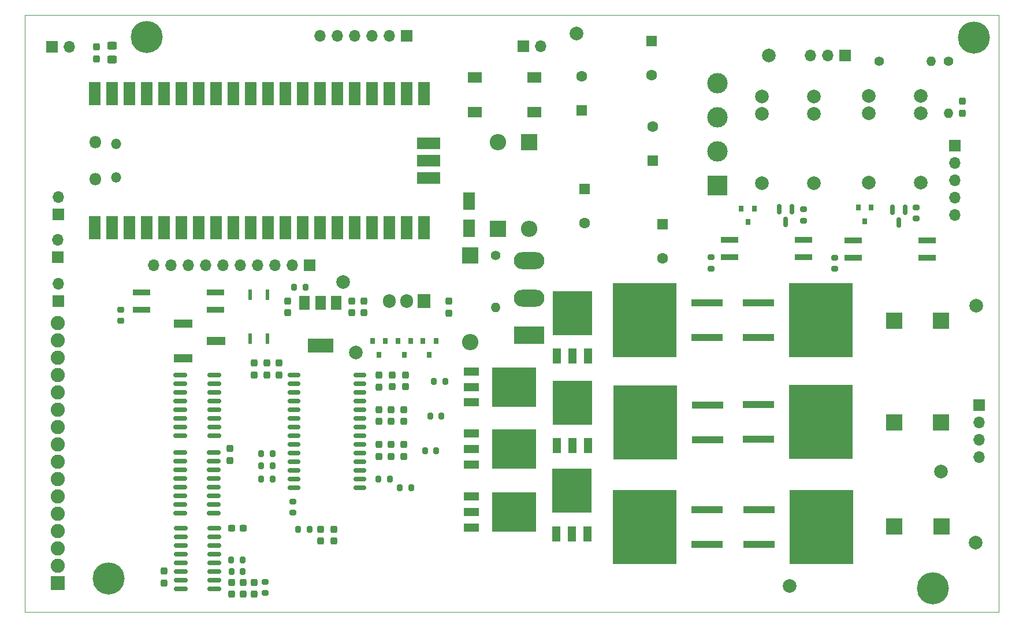
<source format=gbr>
%TF.GenerationSoftware,KiCad,Pcbnew,(6.0.0)*%
%TF.CreationDate,2022-07-07T17:58:35-06:00*%
%TF.ProjectId,Turbopump Controller,54757262-6f70-4756-9d70-20436f6e7472,rev?*%
%TF.SameCoordinates,Original*%
%TF.FileFunction,Soldermask,Top*%
%TF.FilePolarity,Negative*%
%FSLAX46Y46*%
G04 Gerber Fmt 4.6, Leading zero omitted, Abs format (unit mm)*
G04 Created by KiCad (PCBNEW (6.0.0)) date 2022-07-07 17:58:35*
%MOMM*%
%LPD*%
G01*
G04 APERTURE LIST*
G04 Aperture macros list*
%AMRoundRect*
0 Rectangle with rounded corners*
0 $1 Rounding radius*
0 $2 $3 $4 $5 $6 $7 $8 $9 X,Y pos of 4 corners*
0 Add a 4 corners polygon primitive as box body*
4,1,4,$2,$3,$4,$5,$6,$7,$8,$9,$2,$3,0*
0 Add four circle primitives for the rounded corners*
1,1,$1+$1,$2,$3*
1,1,$1+$1,$4,$5*
1,1,$1+$1,$6,$7*
1,1,$1+$1,$8,$9*
0 Add four rect primitives between the rounded corners*
20,1,$1+$1,$2,$3,$4,$5,0*
20,1,$1+$1,$4,$5,$6,$7,0*
20,1,$1+$1,$6,$7,$8,$9,0*
20,1,$1+$1,$8,$9,$2,$3,0*%
G04 Aperture macros list end*
%TA.AperFunction,Profile*%
%ADD10C,0.100000*%
%TD*%
%ADD11R,1.700000X1.700000*%
%ADD12O,1.700000X1.700000*%
%ADD13R,4.600000X1.100000*%
%ADD14R,9.400000X10.800000*%
%ADD15C,4.700000*%
%ADD16R,2.600000X0.900000*%
%ADD17C,2.000000*%
%ADD18C,1.400000*%
%ADD19O,1.400000X1.400000*%
%ADD20RoundRect,0.200000X0.200000X0.275000X-0.200000X0.275000X-0.200000X-0.275000X0.200000X-0.275000X0*%
%ADD21R,2.000000X1.500000*%
%ADD22RoundRect,0.200000X-0.200000X-0.275000X0.200000X-0.275000X0.200000X0.275000X-0.200000X0.275000X0*%
%ADD23R,2.200000X1.200000*%
%ADD24R,6.400000X5.800000*%
%ADD25RoundRect,0.237500X-0.237500X0.300000X-0.237500X-0.300000X0.237500X-0.300000X0.237500X0.300000X0*%
%ADD26RoundRect,0.200000X-0.275000X0.200000X-0.275000X-0.200000X0.275000X-0.200000X0.275000X0.200000X0*%
%ADD27O,1.800000X1.800000*%
%ADD28O,1.500000X1.500000*%
%ADD29R,1.700000X3.500000*%
%ADD30R,3.500000X1.700000*%
%ADD31RoundRect,0.200000X0.275000X-0.200000X0.275000X0.200000X-0.275000X0.200000X-0.275000X-0.200000X0*%
%ADD32R,0.800000X0.900000*%
%ADD33R,1.905000X2.000000*%
%ADD34O,1.905000X2.000000*%
%ADD35RoundRect,0.150000X0.825000X0.150000X-0.825000X0.150000X-0.825000X-0.150000X0.825000X-0.150000X0*%
%ADD36RoundRect,0.237500X0.237500X-0.300000X0.237500X0.300000X-0.237500X0.300000X-0.237500X-0.300000X0*%
%ADD37R,1.600000X1.600000*%
%ADD38C,1.600000*%
%ADD39R,2.400000X2.400000*%
%ADD40O,2.400000X2.400000*%
%ADD41R,1.200000X2.200000*%
%ADD42R,5.800000X6.400000*%
%ADD43RoundRect,0.150000X-0.150000X0.587500X-0.150000X-0.587500X0.150000X-0.587500X0.150000X0.587500X0*%
%ADD44RoundRect,0.250000X0.450000X-0.325000X0.450000X0.325000X-0.450000X0.325000X-0.450000X-0.325000X0*%
%ADD45R,1.800000X2.500000*%
%ADD46R,4.500000X2.500000*%
%ADD47O,4.500000X2.500000*%
%ADD48RoundRect,0.237500X0.300000X0.237500X-0.300000X0.237500X-0.300000X-0.237500X0.300000X-0.237500X0*%
%ADD49RoundRect,0.150000X-0.825000X-0.150000X0.825000X-0.150000X0.825000X0.150000X-0.825000X0.150000X0*%
%ADD50R,2.450000X2.450000*%
%ADD51RoundRect,0.101600X0.939800X-0.939800X0.939800X0.939800X-0.939800X0.939800X-0.939800X-0.939800X0*%
%ADD52C,2.082800*%
%ADD53RoundRect,0.218750X0.256250X-0.218750X0.256250X0.218750X-0.256250X0.218750X-0.256250X-0.218750X0*%
%ADD54R,1.500000X2.000000*%
%ADD55R,3.800000X2.000000*%
%ADD56RoundRect,0.150000X-0.750000X-0.150000X0.750000X-0.150000X0.750000X0.150000X-0.750000X0.150000X0*%
%ADD57R,2.790000X1.190000*%
%ADD58R,3.000000X3.000000*%
%ADD59C,3.000000*%
%ADD60RoundRect,0.137500X-0.137500X0.662500X-0.137500X-0.662500X0.137500X-0.662500X0.137500X0.662500X0*%
G04 APERTURE END LIST*
D10*
X92870000Y-53320000D02*
X235620000Y-53320000D01*
X235620000Y-53320000D02*
X235620000Y-140720000D01*
X235620000Y-140720000D02*
X92870000Y-140720000D01*
X92870000Y-140720000D02*
X92870000Y-53320000D01*
D11*
%TO.C,SW1*%
X97775000Y-95170000D03*
D12*
X97775000Y-92630000D03*
%TD*%
D13*
%TO.C,D19*%
X200390000Y-95450000D03*
D14*
X209540000Y-97990000D03*
D13*
X200390000Y-100530000D03*
%TD*%
D15*
%TO.C,REF\u002A\u002A*%
X232030000Y-56630000D03*
%TD*%
D16*
%TO.C,U1*%
X225130000Y-88860000D03*
X225130000Y-86320000D03*
X214280000Y-86320000D03*
X214280000Y-88860000D03*
%TD*%
D17*
%TO.C,TP7*%
X232270000Y-130590000D03*
%TD*%
D18*
%TO.C,R1*%
X218150000Y-60050000D03*
D19*
X225770000Y-60050000D03*
%TD*%
D20*
%TO.C,R10*%
X153975000Y-112030000D03*
X152325000Y-112030000D03*
%TD*%
D21*
%TO.C,D10*%
X158810000Y-62450000D03*
X158810000Y-67550000D03*
X167550000Y-67550000D03*
X167550000Y-62450000D03*
%TD*%
D22*
%TO.C,R8*%
X132355000Y-93210000D03*
X134005000Y-93210000D03*
%TD*%
D11*
%TO.C,J1*%
X213085000Y-59205000D03*
D12*
X210545000Y-59205000D03*
X208005000Y-59205000D03*
%TD*%
D23*
%TO.C,Q8*%
X158315000Y-114635000D03*
D24*
X164615000Y-116915000D03*
D23*
X158315000Y-116915000D03*
X158315000Y-119195000D03*
%TD*%
D25*
%TO.C,C31*%
X136280000Y-128637500D03*
X136280000Y-130362500D03*
%TD*%
D17*
%TO.C,TP4*%
X141440000Y-102780000D03*
%TD*%
D25*
%TO.C,C20*%
X148450000Y-111117500D03*
X148450000Y-112842500D03*
%TD*%
D26*
%TO.C,R6*%
X207031250Y-81777500D03*
X207031250Y-83427500D03*
%TD*%
D25*
%TO.C,C10*%
X142620000Y-95207500D03*
X142620000Y-96932500D03*
%TD*%
%TO.C,C22*%
X144780000Y-116231500D03*
X144780000Y-117956500D03*
%TD*%
D27*
%TO.C,U7*%
X103230000Y-71915000D03*
X103230000Y-77365000D03*
D28*
X106260000Y-77065000D03*
X106260000Y-72215000D03*
D29*
X103100000Y-84430000D03*
X105640000Y-84430000D03*
X108180000Y-84430000D03*
X110720000Y-84430000D03*
X113260000Y-84430000D03*
X115800000Y-84430000D03*
X118340000Y-84430000D03*
X120880000Y-84430000D03*
X123420000Y-84430000D03*
X125960000Y-84430000D03*
X128500000Y-84430000D03*
X131040000Y-84430000D03*
X133580000Y-84430000D03*
X136120000Y-84430000D03*
X138660000Y-84430000D03*
X141200000Y-84430000D03*
X143740000Y-84430000D03*
X146280000Y-84430000D03*
X148820000Y-84430000D03*
X151360000Y-84430000D03*
X151360000Y-64850000D03*
X148820000Y-64850000D03*
X146280000Y-64850000D03*
X143740000Y-64850000D03*
X141200000Y-64850000D03*
X138660000Y-64850000D03*
X136120000Y-64850000D03*
X133580000Y-64850000D03*
X131040000Y-64850000D03*
X128500000Y-64850000D03*
X125960000Y-64850000D03*
X123420000Y-64850000D03*
X120880000Y-64850000D03*
X118340000Y-64850000D03*
X115800000Y-64850000D03*
X113260000Y-64850000D03*
X110720000Y-64850000D03*
X108180000Y-64850000D03*
X105640000Y-64850000D03*
X103100000Y-64850000D03*
D30*
X152030000Y-77180000D03*
X152030000Y-74640000D03*
X152030000Y-72100000D03*
%TD*%
D31*
%TO.C,R3*%
X211610000Y-90505000D03*
X211610000Y-88855000D03*
%TD*%
D25*
%TO.C,C19*%
X146600000Y-111127500D03*
X146600000Y-112852500D03*
%TD*%
D32*
%TO.C,D12*%
X143840000Y-101080000D03*
X144790000Y-103080000D03*
X145740000Y-101080000D03*
%TD*%
D31*
%TO.C,R2*%
X193450000Y-90425000D03*
X193450000Y-88775000D03*
%TD*%
D15*
%TO.C,REF\u002A\u002A*%
X110750000Y-56510000D03*
%TD*%
D11*
%TO.C,J4*%
X96890000Y-57979000D03*
D12*
X99430000Y-57979000D03*
%TD*%
D33*
%TO.C,U6*%
X151370000Y-95205000D03*
D34*
X148830000Y-95205000D03*
X146290000Y-95205000D03*
%TD*%
D25*
%TO.C,C21*%
X113260000Y-134767500D03*
X113260000Y-136492500D03*
%TD*%
D17*
%TO.C,TP1*%
X139510000Y-92390000D03*
%TD*%
D26*
%TO.C,R5*%
X223500000Y-81465000D03*
X223500000Y-83115000D03*
%TD*%
D35*
%TO.C,U8*%
X120625000Y-114915000D03*
X120625000Y-113645000D03*
X120625000Y-112375000D03*
X120625000Y-111105000D03*
X120625000Y-109835000D03*
X120625000Y-108565000D03*
X120625000Y-107295000D03*
X120625000Y-106025000D03*
X115675000Y-106025000D03*
X115675000Y-107295000D03*
X115675000Y-108565000D03*
X115675000Y-109835000D03*
X115675000Y-111105000D03*
X115675000Y-112375000D03*
X115675000Y-113645000D03*
X115675000Y-114915000D03*
%TD*%
D36*
%TO.C,C11*%
X126530000Y-106012500D03*
X126530000Y-104287500D03*
%TD*%
D37*
%TO.C,C1*%
X184930000Y-74662651D03*
D38*
X184930000Y-69662651D03*
%TD*%
D20*
%TO.C,R20*%
X149495000Y-122570000D03*
X147845000Y-122570000D03*
%TD*%
D39*
%TO.C,D2*%
X166800000Y-71960000D03*
D40*
X166800000Y-84660000D03*
%TD*%
D25*
%TO.C,C16*%
X146760000Y-106037500D03*
X146760000Y-107762500D03*
%TD*%
D41*
%TO.C,Q6*%
X170765000Y-129315000D03*
D42*
X173045000Y-123015000D03*
D41*
X173045000Y-129315000D03*
X175325000Y-129315000D03*
%TD*%
D31*
%TO.C,R21*%
X132150000Y-126205000D03*
X132150000Y-124555000D03*
%TD*%
D13*
%TO.C,D18*%
X192881000Y-130854000D03*
D14*
X183731000Y-128314000D03*
D13*
X192881000Y-125774000D03*
%TD*%
D43*
%TO.C,Q1*%
X221930000Y-81788000D03*
X220030000Y-81788000D03*
X220980000Y-83663000D03*
%TD*%
D20*
%TO.C,R17*%
X146365000Y-121290000D03*
X144715000Y-121290000D03*
%TD*%
D36*
%TO.C,C12*%
X128330000Y-106012500D03*
X128330000Y-104287500D03*
%TD*%
D44*
%TO.C,D15*%
X105706000Y-59810000D03*
X105706000Y-57760000D03*
%TD*%
D11*
%TO.C,J6*%
X148880000Y-56340000D03*
D12*
X146340000Y-56340000D03*
X143800000Y-56340000D03*
X141260000Y-56340000D03*
X138720000Y-56340000D03*
X136180000Y-56340000D03*
%TD*%
D11*
%TO.C,SW3*%
X97750000Y-88770000D03*
D12*
X97750000Y-86230000D03*
%TD*%
D17*
%TO.C,TP5*%
X232370000Y-95870000D03*
%TD*%
D25*
%TO.C,C14*%
X103361000Y-57969250D03*
X103361000Y-59694250D03*
%TD*%
D17*
%TO.C,TP2*%
X173730000Y-55980000D03*
%TD*%
D20*
%TO.C,R13*%
X153205000Y-117170000D03*
X151555000Y-117170000D03*
%TD*%
D41*
%TO.C,Q5*%
X170855000Y-116375000D03*
D42*
X173135000Y-110075000D03*
D41*
X173135000Y-116375000D03*
X175415000Y-116375000D03*
%TD*%
D45*
%TO.C,D6*%
X158030000Y-80540000D03*
X158030000Y-84540000D03*
%TD*%
D25*
%TO.C,C29*%
X126520000Y-136427500D03*
X126520000Y-138152500D03*
%TD*%
D11*
%TO.C,J7*%
X134650000Y-89925000D03*
D12*
X132110000Y-89925000D03*
X129570000Y-89925000D03*
X127030000Y-89925000D03*
X124490000Y-89925000D03*
X121950000Y-89925000D03*
X119410000Y-89925000D03*
X116870000Y-89925000D03*
X114330000Y-89925000D03*
X111790000Y-89925000D03*
%TD*%
D46*
%TO.C,Q3*%
X166795000Y-100210000D03*
D47*
X166795000Y-94760000D03*
X166795000Y-89310000D03*
%TD*%
D11*
%TO.C,J3*%
X229205000Y-72430000D03*
D12*
X229205000Y-74970000D03*
X229205000Y-77510000D03*
X229205000Y-80050000D03*
X229205000Y-82590000D03*
%TD*%
D25*
%TO.C,C9*%
X140780000Y-95207500D03*
X140780000Y-96932500D03*
%TD*%
D22*
%TO.C,R12*%
X123155000Y-133110000D03*
X124805000Y-133110000D03*
%TD*%
D36*
%TO.C,C13*%
X130130000Y-106032500D03*
X130130000Y-104307500D03*
%TD*%
D48*
%TO.C,C25*%
X124925000Y-128440000D03*
X123200000Y-128440000D03*
%TD*%
D22*
%TO.C,R11*%
X123185000Y-134790000D03*
X124835000Y-134790000D03*
%TD*%
D25*
%TO.C,C23*%
X146590000Y-116227500D03*
X146590000Y-117952500D03*
%TD*%
D13*
%TO.C,D21*%
X200495000Y-125775000D03*
D14*
X209645000Y-128315000D03*
D13*
X200495000Y-130855000D03*
%TD*%
D49*
%TO.C,U10*%
X115725000Y-128455000D03*
X115725000Y-129725000D03*
X115725000Y-130995000D03*
X115725000Y-132265000D03*
X115725000Y-133535000D03*
X115725000Y-134805000D03*
X115725000Y-136075000D03*
X115725000Y-137345000D03*
X120675000Y-137345000D03*
X120675000Y-136075000D03*
X120675000Y-134805000D03*
X120675000Y-133535000D03*
X120675000Y-132265000D03*
X120675000Y-130995000D03*
X120675000Y-129725000D03*
X120675000Y-128455000D03*
%TD*%
D32*
%TO.C,D3*%
X215060000Y-81530000D03*
X216010000Y-83530000D03*
X216960000Y-81530000D03*
%TD*%
D18*
%TO.C,R4*%
X228230000Y-60050000D03*
D19*
X228230000Y-67670000D03*
%TD*%
D25*
%TO.C,C18*%
X144760000Y-111127500D03*
X144760000Y-112852500D03*
%TD*%
D11*
%TO.C,SW2*%
X97765000Y-82480000D03*
D12*
X97765000Y-79940000D03*
%TD*%
D25*
%TO.C,C15*%
X144780000Y-106057500D03*
X144780000Y-107782500D03*
%TD*%
D32*
%TO.C,D13*%
X147550000Y-101090000D03*
X148500000Y-103090000D03*
X149450000Y-101090000D03*
%TD*%
D11*
%TO.C,J2*%
X165950000Y-57885000D03*
D12*
X168490000Y-57885000D03*
%TD*%
D25*
%TO.C,C7*%
X155040000Y-95227500D03*
X155040000Y-96952500D03*
%TD*%
D41*
%TO.C,Q4*%
X170845000Y-103245000D03*
D42*
X173125000Y-96945000D03*
D41*
X173125000Y-103245000D03*
X175405000Y-103245000D03*
%TD*%
D50*
%TO.C,L3*%
X220310000Y-98050000D03*
X227210000Y-98050000D03*
%TD*%
D37*
%TO.C,C4*%
X174540000Y-67262651D03*
D38*
X174540000Y-62262651D03*
%TD*%
D32*
%TO.C,D4*%
X197910000Y-81630000D03*
X198860000Y-83630000D03*
X199810000Y-81630000D03*
%TD*%
D51*
%TO.C,U12*%
X97750000Y-136500000D03*
D52*
X97750000Y-133960000D03*
X97750000Y-131420000D03*
X97750000Y-128880000D03*
X97750000Y-126340000D03*
X97750000Y-123800000D03*
X97750000Y-121260000D03*
X97750000Y-118720000D03*
X97750000Y-116180000D03*
X97750000Y-113640000D03*
X97750000Y-111100000D03*
X97750000Y-108560000D03*
X97750000Y-106020000D03*
X97750000Y-103482540D03*
X97750000Y-100942540D03*
X97750000Y-98402540D03*
%TD*%
D22*
%TO.C,R18*%
X132960000Y-128650000D03*
X134610000Y-128650000D03*
%TD*%
D15*
%TO.C,REF\u002A\u002A*%
X105150000Y-135830000D03*
%TD*%
D17*
%TO.C,K1*%
X216580000Y-67730000D03*
X224200000Y-67730000D03*
X216580000Y-65190000D03*
X224200000Y-65190000D03*
X216580000Y-77890000D03*
X224200000Y-77890000D03*
%TD*%
%TO.C,TP3*%
X201920000Y-59230000D03*
%TD*%
D18*
%TO.C,R7*%
X161910000Y-88540000D03*
D19*
X161910000Y-96160000D03*
%TD*%
D53*
%TO.C,D11*%
X106920000Y-98057500D03*
X106920000Y-96482500D03*
%TD*%
D37*
%TO.C,C2*%
X186390000Y-83917349D03*
D38*
X186390000Y-88917349D03*
%TD*%
D39*
%TO.C,D7*%
X158170000Y-88520000D03*
D40*
X158170000Y-101220000D03*
%TD*%
D37*
%TO.C,C6*%
X184740000Y-57137349D03*
D38*
X184740000Y-62137349D03*
%TD*%
D25*
%TO.C,C17*%
X148710000Y-106037500D03*
X148710000Y-107762500D03*
%TD*%
D54*
%TO.C,U5*%
X138500000Y-95430000D03*
X136200000Y-95430000D03*
X133900000Y-95430000D03*
D55*
X136200000Y-101730000D03*
%TD*%
D16*
%TO.C,U4*%
X109990000Y-93940000D03*
X109990000Y-96480000D03*
X120840000Y-96480000D03*
X120840000Y-93940000D03*
%TD*%
D15*
%TO.C,REF\u002A\u002A*%
X225970000Y-137290000D03*
%TD*%
D17*
%TO.C,TP8*%
X205020000Y-136910000D03*
%TD*%
D20*
%TO.C,R15*%
X129175000Y-119375000D03*
X127525000Y-119375000D03*
%TD*%
D50*
%TO.C,L4*%
X220310000Y-112950000D03*
X227210000Y-112950000D03*
%TD*%
D37*
%TO.C,C3*%
X174890000Y-78817349D03*
D38*
X174890000Y-83817349D03*
%TD*%
D13*
%TO.C,D16*%
X192895000Y-100535000D03*
D14*
X183745000Y-97995000D03*
D13*
X192895000Y-95455000D03*
%TD*%
D56*
%TO.C,U11*%
X132360000Y-106045000D03*
X132360000Y-107315000D03*
X132360000Y-108585000D03*
X132360000Y-109855000D03*
X132360000Y-111125000D03*
X132360000Y-112395000D03*
X132360000Y-113665000D03*
X132360000Y-114935000D03*
X132360000Y-116205000D03*
X132360000Y-117475000D03*
X132360000Y-118745000D03*
X132360000Y-120015000D03*
X132360000Y-121285000D03*
X132360000Y-122555000D03*
X141960000Y-122555000D03*
X141960000Y-121285000D03*
X141960000Y-120015000D03*
X141960000Y-118745000D03*
X141960000Y-117475000D03*
X141960000Y-116205000D03*
X141960000Y-114935000D03*
X141960000Y-113665000D03*
X141960000Y-112395000D03*
X141960000Y-111125000D03*
X141960000Y-109855000D03*
X141960000Y-108585000D03*
X141960000Y-107315000D03*
X141960000Y-106045000D03*
%TD*%
D25*
%TO.C,C28*%
X124870000Y-136427500D03*
X124870000Y-138152500D03*
%TD*%
D20*
%TO.C,R19*%
X129175000Y-121300000D03*
X127525000Y-121300000D03*
%TD*%
D39*
%TO.C,D5*%
X162240000Y-84640000D03*
D40*
X162240000Y-71940000D03*
%TD*%
D22*
%TO.C,R14*%
X127525000Y-117525000D03*
X129175000Y-117525000D03*
%TD*%
D17*
%TO.C,TP6*%
X227130000Y-120190000D03*
%TD*%
D25*
%TO.C,C8*%
X131450000Y-95207500D03*
X131450000Y-96932500D03*
%TD*%
D11*
%TO.C,J5*%
X232755000Y-110410000D03*
D12*
X232755000Y-112950000D03*
X232755000Y-115490000D03*
X232755000Y-118030000D03*
%TD*%
D25*
%TO.C,C30*%
X138160000Y-128657500D03*
X138160000Y-130382500D03*
%TD*%
D17*
%TO.C,K2*%
X200930000Y-67780000D03*
X208550000Y-67780000D03*
X200930000Y-65240000D03*
X208550000Y-65240000D03*
X200930000Y-77940000D03*
X208550000Y-77940000D03*
%TD*%
D23*
%TO.C,Q9*%
X158295000Y-123795000D03*
X158295000Y-126075000D03*
D24*
X164595000Y-126075000D03*
D23*
X158295000Y-128355000D03*
%TD*%
%TO.C,Q7*%
X158295000Y-105505000D03*
X158295000Y-107785000D03*
D24*
X164595000Y-107785000D03*
D23*
X158295000Y-110065000D03*
%TD*%
D16*
%TO.C,U2*%
X206990000Y-88800000D03*
X206990000Y-86260000D03*
X196140000Y-86260000D03*
X196140000Y-88800000D03*
%TD*%
D57*
%TO.C,RV1*%
X116085000Y-98470000D03*
X120915000Y-101010000D03*
X116085000Y-103550000D03*
%TD*%
D13*
%TO.C,D17*%
X192947000Y-115510000D03*
D14*
X183797000Y-112970000D03*
D13*
X192947000Y-110430000D03*
%TD*%
D20*
%TO.C,R9*%
X154515000Y-106950000D03*
X152865000Y-106950000D03*
%TD*%
D58*
%TO.C,D1*%
X194387500Y-78307500D03*
D59*
X194387500Y-73307500D03*
X194387500Y-68307500D03*
X194387500Y-63307500D03*
%TD*%
D25*
%TO.C,C27*%
X123230000Y-136427500D03*
X123230000Y-138152500D03*
%TD*%
D32*
%TO.C,D14*%
X151230000Y-101080000D03*
X152180000Y-103080000D03*
X153130000Y-101080000D03*
%TD*%
D35*
%TO.C,U9*%
X120585000Y-126285000D03*
X120585000Y-125015000D03*
X120585000Y-123745000D03*
X120585000Y-122475000D03*
X120585000Y-121205000D03*
X120585000Y-119935000D03*
X120585000Y-118665000D03*
X120585000Y-117395000D03*
X115635000Y-117395000D03*
X115635000Y-118665000D03*
X115635000Y-119935000D03*
X115635000Y-121205000D03*
X115635000Y-122475000D03*
X115635000Y-123745000D03*
X115635000Y-125015000D03*
X115635000Y-126285000D03*
%TD*%
D60*
%TO.C,U3*%
X128440000Y-94240000D03*
X125900000Y-94240000D03*
X125900000Y-100740000D03*
X128440000Y-100740000D03*
%TD*%
D25*
%TO.C,C26*%
X122970000Y-116817500D03*
X122970000Y-118542500D03*
%TD*%
%TO.C,C5*%
X230300000Y-65947500D03*
X230300000Y-67672500D03*
%TD*%
D43*
%TO.C,Q2*%
X205340000Y-81732500D03*
X203440000Y-81732500D03*
X204390000Y-83607500D03*
%TD*%
D25*
%TO.C,C24*%
X148470000Y-116227500D03*
X148470000Y-117952500D03*
%TD*%
D50*
%TO.C,L5*%
X220330000Y-128250000D03*
X227230000Y-128250000D03*
%TD*%
D13*
%TO.C,D20*%
X200425000Y-110400000D03*
D14*
X209575000Y-112940000D03*
D13*
X200425000Y-115480000D03*
%TD*%
D26*
%TO.C,R16*%
X128120000Y-136315000D03*
X128120000Y-137965000D03*
%TD*%
M02*

</source>
